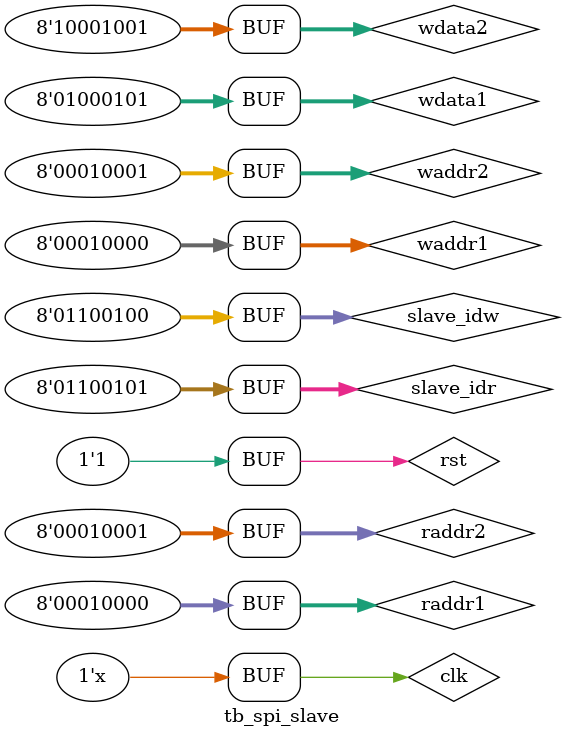
<source format=v>
`timescale 1ns/10ps


module tb_spi_slave();


reg 		rst, clk;

initial 	begin
	rst = 0;
	clk = 0;
	
#10000	rst = 1;

end	

always  #5	clk = ~clk;


reg	[3:0]	cnt1;
always @(posedge clk or negedge rst)
begin
	if(!rst)	cnt1 <= 4'b0;
	else		cnt1 <= cnt1 + 1'b1;
end

reg	[7:0]	cnt2;
always @(posedge clk or negedge rst)
begin
	if(!rst)	cnt2 <= 8'b0;
	else		cnt2 <= (cnt1==4'd15) ? cnt2+1'b1 : cnt2;
end

wire	[7:0]	slave_idw = 8'h64;
wire	[7:0]	slave_idr = 8'h65;
wire	[7:0]	waddr1    = 8'h10;
wire	[7:0]	raddr1    = 8'h10;
wire	[7:0]	wdata1    = 8'h45;

wire	[7:0]	waddr2    = 8'h11;
wire	[7:0]	raddr2    = 8'h11;
wire	[7:0]	wdata2    = 8'h89;

reg		ss;
always @(posedge clk or negedge rst)
begin
	if(!rst)	ss <= 1'b1;
	else		ss <= ((cnt2==8'd10 ) && (cnt1==4'd0)) ? 1'b0 :
	                      ((cnt2==8'd34 ) && (cnt1==4'd8)) ? 1'b1 : 
	                      ((cnt2==8'd60 ) && (cnt1==4'd0)) ? 1'b0 :
	                      ((cnt2==8'd84 ) && (cnt1==4'd8)) ? 1'b1 :
	                      ((cnt2==8'd110) && (cnt1==4'd0)) ? 1'b0 :
	                      ((cnt2==8'd134) && (cnt1==4'd8)) ? 1'b1 :
	                      ((cnt2==8'd160) && (cnt1==4'd0)) ? 1'b0 :
	                      ((cnt2==8'd184) && (cnt1==4'd8)) ? 1'b1 : ss ;
end

reg		sck;
always @(posedge clk or negedge rst)
begin
	if(!rst)	sck <= 1'b0;
	else		sck <= (cnt2==8'd11) ? ((cnt1==4'd0) ? 1'b1 : (cnt1==4'd8) ? 1'b0 : sck) :
	                       (cnt2==8'd12) ? ((cnt1==4'd0) ? 1'b1 : (cnt1==4'd8) ? 1'b0 : sck) :
	                       (cnt2==8'd13) ? ((cnt1==4'd0) ? 1'b1 : (cnt1==4'd8) ? 1'b0 : sck) :
	                       (cnt2==8'd14) ? ((cnt1==4'd0) ? 1'b1 : (cnt1==4'd8) ? 1'b0 : sck) :
	                       (cnt2==8'd15) ? ((cnt1==4'd0) ? 1'b1 : (cnt1==4'd8) ? 1'b0 : sck) :
	                       (cnt2==8'd16) ? ((cnt1==4'd0) ? 1'b1 : (cnt1==4'd8) ? 1'b0 : sck) :
	                       (cnt2==8'd17) ? ((cnt1==4'd0) ? 1'b1 : (cnt1==4'd8) ? 1'b0 : sck) :
	                       (cnt2==8'd18) ? ((cnt1==4'd0) ? 1'b1 : (cnt1==4'd8) ? 1'b0 : sck) :
	                       (cnt2==8'd19) ? ((cnt1==4'd0) ? 1'b1 : (cnt1==4'd8) ? 1'b0 : sck) :
	                       (cnt2==8'd20) ? ((cnt1==4'd0) ? 1'b1 : (cnt1==4'd8) ? 1'b0 : sck) :
	                       (cnt2==8'd21) ? ((cnt1==4'd0) ? 1'b1 : (cnt1==4'd8) ? 1'b0 : sck) :
	                       (cnt2==8'd22) ? ((cnt1==4'd0) ? 1'b1 : (cnt1==4'd8) ? 1'b0 : sck) :
	                       (cnt2==8'd23) ? ((cnt1==4'd0) ? 1'b1 : (cnt1==4'd8) ? 1'b0 : sck) :
	                       (cnt2==8'd24) ? ((cnt1==4'd0) ? 1'b1 : (cnt1==4'd8) ? 1'b0 : sck) :
	                       (cnt2==8'd25) ? ((cnt1==4'd0) ? 1'b1 : (cnt1==4'd8) ? 1'b0 : sck) :
	                       (cnt2==8'd26) ? ((cnt1==4'd0) ? 1'b1 : (cnt1==4'd8) ? 1'b0 : sck) :
	                       (cnt2==8'd27) ? ((cnt1==4'd0) ? 1'b1 : (cnt1==4'd8) ? 1'b0 : sck) :
	                       (cnt2==8'd28) ? ((cnt1==4'd0) ? 1'b1 : (cnt1==4'd8) ? 1'b0 : sck) :
	                       (cnt2==8'd29) ? ((cnt1==4'd0) ? 1'b1 : (cnt1==4'd8) ? 1'b0 : sck) :
	                       (cnt2==8'd30) ? ((cnt1==4'd0) ? 1'b1 : (cnt1==4'd8) ? 1'b0 : sck) :
	                       (cnt2==8'd31) ? ((cnt1==4'd0) ? 1'b1 : (cnt1==4'd8) ? 1'b0 : sck) :
	                       (cnt2==8'd32) ? ((cnt1==4'd0) ? 1'b1 : (cnt1==4'd8) ? 1'b0 : sck) :
	                       (cnt2==8'd33) ? ((cnt1==4'd0) ? 1'b1 : (cnt1==4'd8) ? 1'b0 : sck) :
	                       (cnt2==8'd34) ? ((cnt1==4'd0) ? 1'b1 : (cnt1==4'd8) ? 1'b0 : sck) :
	                        
	                       (cnt2==8'd61) ? ((cnt1==4'd0) ? 1'b1 : (cnt1==4'd8) ? 1'b0 : sck) :
	                       (cnt2==8'd62) ? ((cnt1==4'd0) ? 1'b1 : (cnt1==4'd8) ? 1'b0 : sck) :
	                       (cnt2==8'd63) ? ((cnt1==4'd0) ? 1'b1 : (cnt1==4'd8) ? 1'b0 : sck) :
	                       (cnt2==8'd64) ? ((cnt1==4'd0) ? 1'b1 : (cnt1==4'd8) ? 1'b0 : sck) :
	                       (cnt2==8'd65) ? ((cnt1==4'd0) ? 1'b1 : (cnt1==4'd8) ? 1'b0 : sck) :
	                       (cnt2==8'd66) ? ((cnt1==4'd0) ? 1'b1 : (cnt1==4'd8) ? 1'b0 : sck) :
	                       (cnt2==8'd67) ? ((cnt1==4'd0) ? 1'b1 : (cnt1==4'd8) ? 1'b0 : sck) :
	                       (cnt2==8'd68) ? ((cnt1==4'd0) ? 1'b1 : (cnt1==4'd8) ? 1'b0 : sck) :
	                       (cnt2==8'd69) ? ((cnt1==4'd0) ? 1'b1 : (cnt1==4'd8) ? 1'b0 : sck) :
	                       (cnt2==8'd70) ? ((cnt1==4'd0) ? 1'b1 : (cnt1==4'd8) ? 1'b0 : sck) :
	                       (cnt2==8'd71) ? ((cnt1==4'd0) ? 1'b1 : (cnt1==4'd8) ? 1'b0 : sck) :
	                       (cnt2==8'd72) ? ((cnt1==4'd0) ? 1'b1 : (cnt1==4'd8) ? 1'b0 : sck) :
	                       (cnt2==8'd73) ? ((cnt1==4'd0) ? 1'b1 : (cnt1==4'd8) ? 1'b0 : sck) :
	                       (cnt2==8'd74) ? ((cnt1==4'd0) ? 1'b1 : (cnt1==4'd8) ? 1'b0 : sck) :
	                       (cnt2==8'd75) ? ((cnt1==4'd0) ? 1'b1 : (cnt1==4'd8) ? 1'b0 : sck) :
	                       (cnt2==8'd76) ? ((cnt1==4'd0) ? 1'b1 : (cnt1==4'd8) ? 1'b0 : sck) :
	                       (cnt2==8'd77) ? ((cnt1==4'd0) ? 1'b1 : (cnt1==4'd8) ? 1'b0 : sck) :
	                       (cnt2==8'd78) ? ((cnt1==4'd0) ? 1'b1 : (cnt1==4'd8) ? 1'b0 : sck) :
	                       (cnt2==8'd79) ? ((cnt1==4'd0) ? 1'b1 : (cnt1==4'd8) ? 1'b0 : sck) :
	                       (cnt2==8'd80) ? ((cnt1==4'd0) ? 1'b1 : (cnt1==4'd8) ? 1'b0 : sck) :
	                       (cnt2==8'd81) ? ((cnt1==4'd0) ? 1'b1 : (cnt1==4'd8) ? 1'b0 : sck) :
	                       (cnt2==8'd82) ? ((cnt1==4'd0) ? 1'b1 : (cnt1==4'd8) ? 1'b0 : sck) :
	                       (cnt2==8'd83) ? ((cnt1==4'd0) ? 1'b1 : (cnt1==4'd8) ? 1'b0 : sck) :
	                       (cnt2==8'd84) ? ((cnt1==4'd0) ? 1'b1 : (cnt1==4'd8) ? 1'b0 : sck) :

	                       (cnt2==8'd111) ? ((cnt1==4'd0) ? 1'b1 : (cnt1==4'd8) ? 1'b0 : sck) :
	                       (cnt2==8'd112) ? ((cnt1==4'd0) ? 1'b1 : (cnt1==4'd8) ? 1'b0 : sck) :
	                       (cnt2==8'd113) ? ((cnt1==4'd0) ? 1'b1 : (cnt1==4'd8) ? 1'b0 : sck) :
	                       (cnt2==8'd114) ? ((cnt1==4'd0) ? 1'b1 : (cnt1==4'd8) ? 1'b0 : sck) :
	                       (cnt2==8'd115) ? ((cnt1==4'd0) ? 1'b1 : (cnt1==4'd8) ? 1'b0 : sck) :
	                       (cnt2==8'd116) ? ((cnt1==4'd0) ? 1'b1 : (cnt1==4'd8) ? 1'b0 : sck) :
	                       (cnt2==8'd117) ? ((cnt1==4'd0) ? 1'b1 : (cnt1==4'd8) ? 1'b0 : sck) :
	                       (cnt2==8'd118) ? ((cnt1==4'd0) ? 1'b1 : (cnt1==4'd8) ? 1'b0 : sck) :
	                       (cnt2==8'd119) ? ((cnt1==4'd0) ? 1'b1 : (cnt1==4'd8) ? 1'b0 : sck) :
	                       (cnt2==8'd120) ? ((cnt1==4'd0) ? 1'b1 : (cnt1==4'd8) ? 1'b0 : sck) :
	                       (cnt2==8'd121) ? ((cnt1==4'd0) ? 1'b1 : (cnt1==4'd8) ? 1'b0 : sck) :
	                       (cnt2==8'd122) ? ((cnt1==4'd0) ? 1'b1 : (cnt1==4'd8) ? 1'b0 : sck) :
	                       (cnt2==8'd123) ? ((cnt1==4'd0) ? 1'b1 : (cnt1==4'd8) ? 1'b0 : sck) :
	                       (cnt2==8'd124) ? ((cnt1==4'd0) ? 1'b1 : (cnt1==4'd8) ? 1'b0 : sck) :
	                       (cnt2==8'd125) ? ((cnt1==4'd0) ? 1'b1 : (cnt1==4'd8) ? 1'b0 : sck) :
	                       (cnt2==8'd126) ? ((cnt1==4'd0) ? 1'b1 : (cnt1==4'd8) ? 1'b0 : sck) :
	                       (cnt2==8'd127) ? ((cnt1==4'd0) ? 1'b1 : (cnt1==4'd8) ? 1'b0 : sck) :
	                       (cnt2==8'd128) ? ((cnt1==4'd0) ? 1'b1 : (cnt1==4'd8) ? 1'b0 : sck) :
	                       (cnt2==8'd129) ? ((cnt1==4'd0) ? 1'b1 : (cnt1==4'd8) ? 1'b0 : sck) :
	                       (cnt2==8'd130) ? ((cnt1==4'd0) ? 1'b1 : (cnt1==4'd8) ? 1'b0 : sck) :
	                       (cnt2==8'd131) ? ((cnt1==4'd0) ? 1'b1 : (cnt1==4'd8) ? 1'b0 : sck) :
	                       (cnt2==8'd132) ? ((cnt1==4'd0) ? 1'b1 : (cnt1==4'd8) ? 1'b0 : sck) :
	                       (cnt2==8'd133) ? ((cnt1==4'd0) ? 1'b1 : (cnt1==4'd8) ? 1'b0 : sck) :
	                       (cnt2==8'd134) ? ((cnt1==4'd0) ? 1'b1 : (cnt1==4'd8) ? 1'b0 : sck) :

	                       (cnt2==8'd161) ? ((cnt1==4'd0) ? 1'b1 : (cnt1==4'd8) ? 1'b0 : sck) :
	                       (cnt2==8'd162) ? ((cnt1==4'd0) ? 1'b1 : (cnt1==4'd8) ? 1'b0 : sck) :
	                       (cnt2==8'd163) ? ((cnt1==4'd0) ? 1'b1 : (cnt1==4'd8) ? 1'b0 : sck) :
	                       (cnt2==8'd164) ? ((cnt1==4'd0) ? 1'b1 : (cnt1==4'd8) ? 1'b0 : sck) :
	                       (cnt2==8'd165) ? ((cnt1==4'd0) ? 1'b1 : (cnt1==4'd8) ? 1'b0 : sck) :
	                       (cnt2==8'd166) ? ((cnt1==4'd0) ? 1'b1 : (cnt1==4'd8) ? 1'b0 : sck) :
	                       (cnt2==8'd167) ? ((cnt1==4'd0) ? 1'b1 : (cnt1==4'd8) ? 1'b0 : sck) :
	                       (cnt2==8'd168) ? ((cnt1==4'd0) ? 1'b1 : (cnt1==4'd8) ? 1'b0 : sck) :
	                       (cnt2==8'd169) ? ((cnt1==4'd0) ? 1'b1 : (cnt1==4'd8) ? 1'b0 : sck) :
	                       (cnt2==8'd170) ? ((cnt1==4'd0) ? 1'b1 : (cnt1==4'd8) ? 1'b0 : sck) :
	                       (cnt2==8'd171) ? ((cnt1==4'd0) ? 1'b1 : (cnt1==4'd8) ? 1'b0 : sck) :
	                       (cnt2==8'd172) ? ((cnt1==4'd0) ? 1'b1 : (cnt1==4'd8) ? 1'b0 : sck) :
	                       (cnt2==8'd173) ? ((cnt1==4'd0) ? 1'b1 : (cnt1==4'd8) ? 1'b0 : sck) :
	                       (cnt2==8'd174) ? ((cnt1==4'd0) ? 1'b1 : (cnt1==4'd8) ? 1'b0 : sck) :
	                       (cnt2==8'd175) ? ((cnt1==4'd0) ? 1'b1 : (cnt1==4'd8) ? 1'b0 : sck) :
	                       (cnt2==8'd176) ? ((cnt1==4'd0) ? 1'b1 : (cnt1==4'd8) ? 1'b0 : sck) :
	                       (cnt2==8'd177) ? ((cnt1==4'd0) ? 1'b1 : (cnt1==4'd8) ? 1'b0 : sck) :
	                       (cnt2==8'd178) ? ((cnt1==4'd0) ? 1'b1 : (cnt1==4'd8) ? 1'b0 : sck) :
	                       (cnt2==8'd179) ? ((cnt1==4'd0) ? 1'b1 : (cnt1==4'd8) ? 1'b0 : sck) :
	                       (cnt2==8'd180) ? ((cnt1==4'd0) ? 1'b1 : (cnt1==4'd8) ? 1'b0 : sck) :
	                       (cnt2==8'd181) ? ((cnt1==4'd0) ? 1'b1 : (cnt1==4'd8) ? 1'b0 : sck) :
	                       (cnt2==8'd182) ? ((cnt1==4'd0) ? 1'b1 : (cnt1==4'd8) ? 1'b0 : sck) :
	                       (cnt2==8'd183) ? ((cnt1==4'd0) ? 1'b1 : (cnt1==4'd8) ? 1'b0 : sck) :
	                       (cnt2==8'd184) ? ((cnt1==4'd0) ? 1'b1 : (cnt1==4'd8) ? 1'b0 : sck) : sck ;
end


reg		mosi;
always @(posedge clk or negedge rst)
begin
	if(!rst)	mosi <= 1'b1;
	else		mosi <= ((cnt2==8'd10) && (cnt1==4'd0)) ? slave_idw[7] :
	                        ((cnt2==8'd11) && (cnt1==4'd8)) ? slave_idw[6] :
	                        ((cnt2==8'd12) && (cnt1==4'd8)) ? slave_idw[5] :
	                        ((cnt2==8'd13) && (cnt1==4'd8)) ? slave_idw[4] :
	                        ((cnt2==8'd14) && (cnt1==4'd8)) ? slave_idw[3] :
	                        ((cnt2==8'd15) && (cnt1==4'd8)) ? slave_idw[2] :
	                        ((cnt2==8'd16) && (cnt1==4'd8)) ? slave_idw[1] :
	                        ((cnt2==8'd17) && (cnt1==4'd8)) ? slave_idw[0] :
	                        ((cnt2==8'd18) && (cnt1==4'd8)) ? waddr1[7]    :
	                        ((cnt2==8'd19) && (cnt1==4'd8)) ? waddr1[6]    :
	                        ((cnt2==8'd20) && (cnt1==4'd8)) ? waddr1[5]    :
	                        ((cnt2==8'd21) && (cnt1==4'd8)) ? waddr1[4]    :
	                        ((cnt2==8'd22) && (cnt1==4'd8)) ? waddr1[3]    :
	                        ((cnt2==8'd23) && (cnt1==4'd8)) ? waddr1[2]    :
	                        ((cnt2==8'd24) && (cnt1==4'd8)) ? waddr1[1]    :
	                        ((cnt2==8'd25) && (cnt1==4'd8)) ? waddr1[0]    :
	                        ((cnt2==8'd26) && (cnt1==4'd8)) ? wdata1[7]    :
	                        ((cnt2==8'd27) && (cnt1==4'd8)) ? wdata1[6]    :
	                        ((cnt2==8'd28) && (cnt1==4'd8)) ? wdata1[5]    :
	                        ((cnt2==8'd29) && (cnt1==4'd8)) ? wdata1[4]    :
	                        ((cnt2==8'd30) && (cnt1==4'd8)) ? wdata1[3]    :
	                        ((cnt2==8'd31) && (cnt1==4'd8)) ? wdata1[2]    :
	                        ((cnt2==8'd32) && (cnt1==4'd8)) ? wdata1[1]    :
	                        ((cnt2==8'd33) && (cnt1==4'd8)) ? wdata1[0]    :
	                        ((cnt2==8'd35) && (cnt1==4'd0)) ? 1'b1         : 
	                        
	                        ((cnt2==8'd60) && (cnt1==4'd0)) ? slave_idw[7] :
	                        ((cnt2==8'd61) && (cnt1==4'd8)) ? slave_idw[6] :
	                        ((cnt2==8'd62) && (cnt1==4'd8)) ? slave_idw[5] :
	                        ((cnt2==8'd63) && (cnt1==4'd8)) ? slave_idw[4] :
	                        ((cnt2==8'd64) && (cnt1==4'd8)) ? slave_idw[3] :
	                        ((cnt2==8'd65) && (cnt1==4'd8)) ? slave_idw[2] :
	                        ((cnt2==8'd66) && (cnt1==4'd8)) ? slave_idw[1] :
	                        ((cnt2==8'd67) && (cnt1==4'd8)) ? slave_idw[0] :
	                        ((cnt2==8'd68) && (cnt1==4'd8)) ? waddr2[7]    :
	                        ((cnt2==8'd69) && (cnt1==4'd8)) ? waddr2[6]    :
	                        ((cnt2==8'd70) && (cnt1==4'd8)) ? waddr2[5]    :
	                        ((cnt2==8'd71) && (cnt1==4'd8)) ? waddr2[4]    :
	                        ((cnt2==8'd72) && (cnt1==4'd8)) ? waddr2[3]    :
	                        ((cnt2==8'd73) && (cnt1==4'd8)) ? waddr2[2]    :
	                        ((cnt2==8'd74) && (cnt1==4'd8)) ? waddr2[1]    :
	                        ((cnt2==8'd75) && (cnt1==4'd8)) ? waddr2[0]    :
	                        ((cnt2==8'd76) && (cnt1==4'd8)) ? wdata2[7]    :
	                        ((cnt2==8'd77) && (cnt1==4'd8)) ? wdata2[6]    :
	                        ((cnt2==8'd78) && (cnt1==4'd8)) ? wdata2[5]    :
	                        ((cnt2==8'd79) && (cnt1==4'd8)) ? wdata2[4]    :
	                        ((cnt2==8'd80) && (cnt1==4'd8)) ? wdata2[3]    :
	                        ((cnt2==8'd81) && (cnt1==4'd8)) ? wdata2[2]    :
	                        ((cnt2==8'd82) && (cnt1==4'd8)) ? wdata2[1]    :
	                        ((cnt2==8'd83) && (cnt1==4'd8)) ? wdata2[0]    :
	                        ((cnt2==8'd85) && (cnt1==4'd0)) ? 1'b1         :

	                        ((cnt2==8'd110) && (cnt1==4'd0)) ? slave_idr[7] :
	                        ((cnt2==8'd111) && (cnt1==4'd8)) ? slave_idr[6] :
	                        ((cnt2==8'd112) && (cnt1==4'd8)) ? slave_idr[5] :
	                        ((cnt2==8'd113) && (cnt1==4'd8)) ? slave_idr[4] :
	                        ((cnt2==8'd114) && (cnt1==4'd8)) ? slave_idr[3] :
	                        ((cnt2==8'd115) && (cnt1==4'd8)) ? slave_idr[2] :
	                        ((cnt2==8'd116) && (cnt1==4'd8)) ? slave_idr[1] :
	                        ((cnt2==8'd117) && (cnt1==4'd8)) ? slave_idr[0] :
	                        ((cnt2==8'd118) && (cnt1==4'd8)) ? raddr1[7]    :
	                        ((cnt2==8'd119) && (cnt1==4'd8)) ? raddr1[6]    :
	                        ((cnt2==8'd120) && (cnt1==4'd8)) ? raddr1[5]    :
	                        ((cnt2==8'd121) && (cnt1==4'd8)) ? raddr1[4]    :
	                        ((cnt2==8'd122) && (cnt1==4'd8)) ? raddr1[3]    :
	                        ((cnt2==8'd123) && (cnt1==4'd8)) ? raddr1[2]    :
	                        ((cnt2==8'd124) && (cnt1==4'd8)) ? raddr1[1]    :
	                        ((cnt2==8'd125) && (cnt1==4'd8)) ? raddr1[0]    :
	                        ((cnt2==8'd126) && (cnt1==4'd8)) ? 1'b0         :
	                        ((cnt2==8'd127) && (cnt1==4'd8)) ? 1'b0         :
	                        ((cnt2==8'd128) && (cnt1==4'd8)) ? 1'b0         :
	                        ((cnt2==8'd129) && (cnt1==4'd8)) ? 1'b0         :
	                        ((cnt2==8'd130) && (cnt1==4'd8)) ? 1'b0         :
	                        ((cnt2==8'd131) && (cnt1==4'd8)) ? 1'b0         :
	                        ((cnt2==8'd132) && (cnt1==4'd8)) ? 1'b0         :
	                        ((cnt2==8'd133) && (cnt1==4'd8)) ? 1'b0         :
	                        ((cnt2==8'd135) && (cnt1==4'd0)) ? 1'b1         :

	                        ((cnt2==8'd160) && (cnt1==4'd0)) ? slave_idr[7] :
	                        ((cnt2==8'd161) && (cnt1==4'd8)) ? slave_idr[6] :
	                        ((cnt2==8'd162) && (cnt1==4'd8)) ? slave_idr[5] :
	                        ((cnt2==8'd163) && (cnt1==4'd8)) ? slave_idr[4] :
	                        ((cnt2==8'd164) && (cnt1==4'd8)) ? slave_idr[3] :
	                        ((cnt2==8'd165) && (cnt1==4'd8)) ? slave_idr[2] :
	                        ((cnt2==8'd166) && (cnt1==4'd8)) ? slave_idr[1] :
	                        ((cnt2==8'd167) && (cnt1==4'd8)) ? slave_idr[0] :
	                        ((cnt2==8'd168) && (cnt1==4'd8)) ? raddr2[7]    :
	                        ((cnt2==8'd169) && (cnt1==4'd8)) ? raddr2[6]    :
	                        ((cnt2==8'd170) && (cnt1==4'd8)) ? raddr2[5]    :
	                        ((cnt2==8'd171) && (cnt1==4'd8)) ? raddr2[4]    :
	                        ((cnt2==8'd172) && (cnt1==4'd8)) ? raddr2[3]    :
	                        ((cnt2==8'd173) && (cnt1==4'd8)) ? raddr2[2]    :
	                        ((cnt2==8'd174) && (cnt1==4'd8)) ? raddr2[1]    :
	                        ((cnt2==8'd175) && (cnt1==4'd8)) ? raddr2[0]    :
	                        ((cnt2==8'd176) && (cnt1==4'd8)) ? 1'b0         :
	                        ((cnt2==8'd177) && (cnt1==4'd8)) ? 1'b0         :
	                        ((cnt2==8'd178) && (cnt1==4'd8)) ? 1'b0         :
	                        ((cnt2==8'd179) && (cnt1==4'd8)) ? 1'b0         :
	                        ((cnt2==8'd180) && (cnt1==4'd8)) ? 1'b0         :
	                        ((cnt2==8'd181) && (cnt1==4'd8)) ? 1'b0         :
	                        ((cnt2==8'd182) && (cnt1==4'd8)) ? 1'b0         :
	                        ((cnt2==8'd183) && (cnt1==4'd8)) ? 1'b0         :
	                        ((cnt2==8'd185) && (cnt1==4'd0)) ? 1'b1         : mosi ;
end
	
wire		miso;
reg	[7:0]	rdata1 ;
always @(posedge clk or negedge rst)
begin
	if(!rst)	rdata1 <= 8'b0;
	else		begin
		rdata1[7] <= ((cnt2==8'd127) && (cnt1==4'd0)) ? miso : rdata1[7];
		rdata1[6] <= ((cnt2==8'd128) && (cnt1==4'd0)) ? miso : rdata1[6];
		rdata1[5] <= ((cnt2==8'd129) && (cnt1==4'd0)) ? miso : rdata1[5];
		rdata1[4] <= ((cnt2==8'd130) && (cnt1==4'd0)) ? miso : rdata1[4];
		rdata1[3] <= ((cnt2==8'd131) && (cnt1==4'd0)) ? miso : rdata1[3];
		rdata1[2] <= ((cnt2==8'd132) && (cnt1==4'd0)) ? miso : rdata1[2];
		rdata1[1] <= ((cnt2==8'd133) && (cnt1==4'd0)) ? miso : rdata1[1];
		rdata1[0] <= ((cnt2==8'd134) && (cnt1==4'd0)) ? miso : rdata1[0];
	end
end

reg	[7:0]	rdata2 ;
always @(posedge clk or negedge rst)
begin
	if(!rst)	rdata2 <= 8'b0;
	else		begin
		rdata2[7] <= ((cnt2==8'd177) && (cnt1==4'd0)) ? miso : rdata2[7];
		rdata2[6] <= ((cnt2==8'd178) && (cnt1==4'd0)) ? miso : rdata2[6];
		rdata2[5] <= ((cnt2==8'd179) && (cnt1==4'd0)) ? miso : rdata2[5];
		rdata2[4] <= ((cnt2==8'd180) && (cnt1==4'd0)) ? miso : rdata2[4];
		rdata2[3] <= ((cnt2==8'd181) && (cnt1==4'd0)) ? miso : rdata2[3];
		rdata2[2] <= ((cnt2==8'd182) && (cnt1==4'd0)) ? miso : rdata2[2];
		rdata2[1] <= ((cnt2==8'd183) && (cnt1==4'd0)) ? miso : rdata2[1];
		rdata2[0] <= ((cnt2==8'd184) && (cnt1==4'd0)) ? miso : rdata2[0];
	end
end
		

spi_slave	spi_slave(
	.rst       (rst    ),
	.clk       (clk    ),
	.ss        (ss       ),
	.sck       (sck      ),
	.mosi      (mosi     ),
	.miso      (miso     )
);
 

endmodule

</source>
